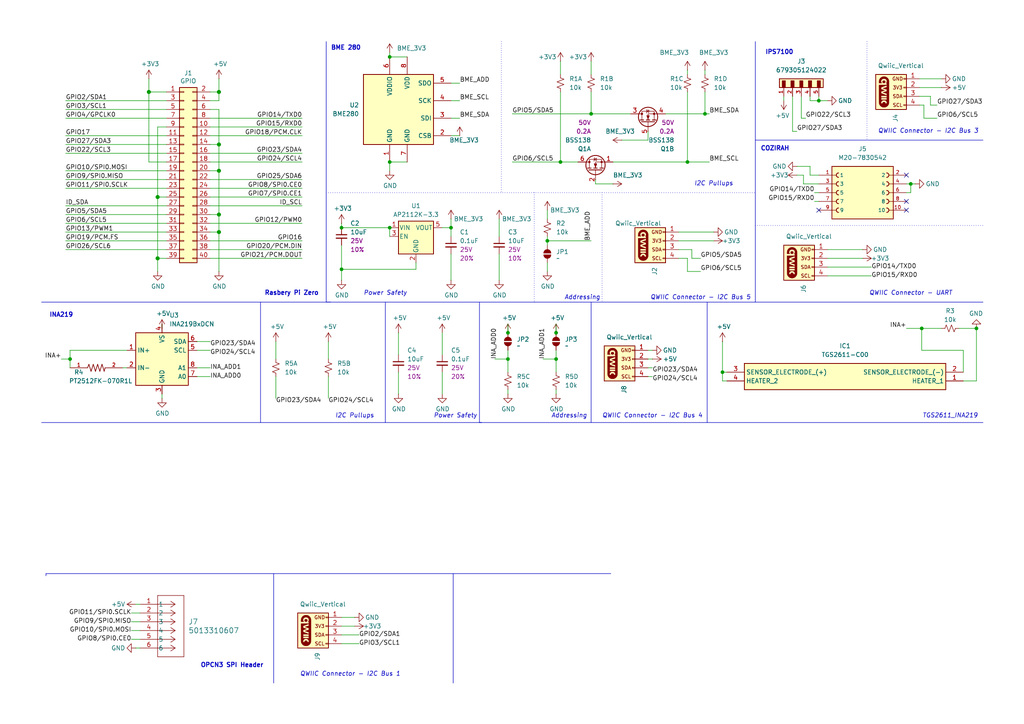
<source format=kicad_sch>
(kicad_sch (version 20250114) (generator "eeschema") (generator_version "9.0")
  (paper "A4")
  (title_block (title "Dream") (date "2025-08-31") (rev "1") (company "Mints-AI, University of Texas at Dallas") (comment 1 "Lakitha Wijeratne"))
  (text "I2C Pullups" (at 207.01 53.34 0) (effects (font (size 1.27 1.27) (thickness 0.1588) (italic yes))))
  (text "QWIIC Connector - UART" (at 264.16 85.09 0) (effects (font (size 1.27 1.27) (thickness 0.1588) (italic yes))))
  (text "Power Safety" (at 111.76 85.09 0) (effects (font (size 1.27 1.27) (thickness 0.1588) (italic yes))))
  (text "Power Safety" (at 132.08 120.65 0) (effects (font (size 1.27 1.27) (thickness 0.1588) (italic yes))))
  (text "QWIIC Connector - I2C Bus 1" (at 101.6 195.58 0) (effects (font (size 1.27 1.27) (thickness 0.1588) (italic yes))))
  (text "I2C Pullups" (at 102.87 120.65 0) (effects (font (size 1.27 1.27) (thickness 0.1588) (italic yes))))
  (text "BME 280" (at 100.33 13.97 0) (effects (font (size 1.27 1.27) (thickness 0.254) (bold yes))))
  (text "TGS2611_INA219" (at 275.59 120.65 0) (effects (font (size 1.27 1.27) (thickness 0.1588) (italic yes))))
  (text "COZIRAH" (at 224.79 43.18 0) (effects (font (size 1.27 1.27) (thickness 0.254) (bold yes))))
  (text "Addressing" (at 168.91 86.36 0) (effects (font (size 1.27 1.27) (thickness 0.1588) (italic yes))))
  (text "Rasbery Pi Zero " (at 85.09 85.09 0) (effects (font (size 1.27 1.27) (thickness 0.254) (bold yes))))
  (text "QWIIC Connector - I2C Bus 3" (at 269.24 38.1 0) (effects (font (size 1.27 1.27) (thickness 0.1588) (italic yes))))
  (text "QWIIC Connector - I2C Bus 4\n" (at 189.23 120.65 0) (effects (font (size 1.27 1.27) (thickness 0.1588) (italic yes))))
  (text "Addressing" (at 165.1 120.65 0) (effects (font (size 1.27 1.27) (thickness 0.1588) (italic yes))))
  (text "OPCN3 SPI Header" (at 67.31 193.04 0) (effects (font (size 1.27 1.27) (thickness 0.254) (bold yes))))
  (text "INA219" (at 17.78 91.44 0) (effects (font (size 1.27 1.27) (thickness 0.254) (bold yes))))
  (text "QWIIC Connector - I2C Bus 5" (at 203.2 86.36 0) (effects (font (size 1.27 1.27) (thickness 0.1588) (italic yes))))
  (text "IPS7100" (at 226.06 15.24 0) (effects (font (size 1.27 1.27) (thickness 0.254) (bold yes))))
  (junction (at 63.5 62.23) (diameter 1.016))
  (junction (at 43.18 26.67) (diameter 1.016))
  (junction (at 63.5 67.31) (diameter 1.016))
  (junction (at 283.21 95.25))
  (junction (at 237.49 29.21))
  (junction (at 45.72 57.15) (diameter 1.016))
  (junction (at 264.16 53.34))
  (junction (at 161.29 104.14))
  (junction (at 99.06 66.04))
  (junction (at 209.55 107.95))
  (junction (at 161.29 96.52))
  (junction (at 130.81 66.04))
  (junction (at 267.335 95.25))
  (junction (at 63.5 49.53) (diameter 1.016))
  (junction (at 99.06 78.105))
  (junction (at 113.03 46.99))
  (junction (at 63.5 41.91) (diameter 1.016))
  (junction (at 171.45 33.02))
  (junction (at 204.47 33.02))
  (junction (at 162.56 46.99))
  (junction (at 147.32 104.14))
  (junction (at 113.03 66.04))
  (junction (at 158.75 69.85))
  (junction (at 20.32 104.14))
  (junction (at 147.32 96.52))
  (junction (at 199.39 46.99))
  (junction (at 45.72 74.93) (diameter 1.016))
  (junction (at 113.03 16.51))
  (junction (at 63.5 26.67) (diameter 1.016))
  (no_connect (at 237.49 60.96))
  (no_connect (at 262.89 50.8))
  (no_connect (at 262.89 60.96))
  (no_connect (at 262.89 58.42))
  (wire (pts (xy 17.78 104.14) (xy 20.32 104.14)))
  (wire (pts (xy 45.72 57.15) (xy 45.72 74.93)))
  (wire (pts (xy 60.96 57.15) (xy 87.63 57.15)))
  (wire (pts (xy 144.78 73.66) (xy 144.78 81.28)))
  (wire (pts (xy 171.45 33.02) (xy 182.88 33.02)))
  (wire (pts (xy 279.4 101.6) (xy 267.335 101.6)))
  (wire (pts (xy 20.32 104.14) (xy 20.32 106.68)))
  (wire (pts (xy 48.26 39.37) (xy 19.05 39.37)))
  (wire (pts (xy 266.7 25.4) (xy 273.05 25.4)))
  (wire (pts (xy 20.32 101.6) (xy 36.83 101.6)))
  (wire (pts (xy 130.81 66.04) (xy 130.81 68.58)))
  (wire (pts (xy 240.03 80.01) (xy 252.73 80.01)))
  (wire (pts (xy 63.5 31.75) (xy 63.5 41.91)))
  (wire (pts (xy 63.5 49.53) (xy 60.96 49.53)))
  (wire (pts (xy 271.78 30.48) (xy 269.875 30.48)))
  (wire (pts (xy 199.39 78.74) (xy 203.2 78.74)))
  (wire (pts (xy 180.34 40.64) (xy 187.96 40.64)))
  (wire (pts (xy 148.59 46.99) (xy 162.56 46.99)))
  (wire (pts (xy 63.5 62.23) (xy 63.5 67.31)))
  (wire (pts (xy 171.45 26.67) (xy 171.45 33.02)))
  (wire (pts (xy 266.7 27.94) (xy 269.875 27.94)))
  (wire (pts (xy 128.27 96.52) (xy 128.27 102.87)))
  (wire (pts (xy 130.81 63.5) (xy 130.81 66.04)))
  (polyline (pts (xy 154.94 87.63) (xy 155.575 87.63)) (stroke (width 0) (type dot)))
  (wire (pts (xy 187.96 40.64) (xy 187.96 38.1)))
  (wire (pts (xy 63.5 49.53) (xy 63.5 62.23)))
  (wire (pts (xy 234.95 29.21) (xy 234.95 27.94)))
  (wire (pts (xy 60.96 34.29) (xy 87.63 34.29)))
  (wire (pts (xy 113.03 66.04) (xy 113.03 68.58)))
  (wire (pts (xy 40.64 175.26) (xy 39.37 175.26)))
  (wire (pts (xy 45.72 36.83) (xy 45.72 57.15)))
  (polyline (pts (xy 12.065 122.555) (xy 285.115 122.555)))
  (wire (pts (xy 278.13 95.25) (xy 283.21 95.25)))
  (wire (pts (xy 227.33 27.94) (xy 227.33 29.21)))
  (wire (pts (xy 38.1 182.88) (xy 40.64 182.88)))
  (wire (pts (xy 177.8 46.99) (xy 199.39 46.99)))
  (wire (pts (xy 130.81 24.13) (xy 133.35 24.13)))
  (polyline (pts (xy 145.415 12.065) (xy 145.415 55.88)) (stroke (width 0) (type dot)))
  (wire (pts (xy 233.045 53.34) (xy 237.49 53.34)))
  (wire (pts (xy 45.72 36.83) (xy 48.26 36.83)))
  (wire (pts (xy 234.95 48.26) (xy 234.95 50.8)))
  (wire (pts (xy 57.15 101.6) (xy 60.96 101.6)))
  (wire (pts (xy 204.47 26.67) (xy 204.47 33.02)))
  (wire (pts (xy 60.96 54.61) (xy 87.63 54.61)))
  (wire (pts (xy 200.66 74.93) (xy 200.66 72.39)))
  (wire (pts (xy 95.25 109.22) (xy 95.25 115.57)))
  (wire (pts (xy 187.96 109.22) (xy 189.23 109.22)))
  (wire (pts (xy 48.26 59.69) (xy 19.05 59.69)))
  (wire (pts (xy 240.03 29.21) (xy 237.49 29.21)))
  (wire (pts (xy 19.05 62.23) (xy 48.26 62.23)))
  (wire (pts (xy 234.95 50.8) (xy 237.49 50.8)))
  (polyline (pts (xy 219.075 65.405) (xy 285.115 65.405)) (stroke (width 0) (type dot)))
  (wire (pts (xy 240.03 74.93) (xy 250.19 74.93)))
  (wire (pts (xy 38.1 185.42) (xy 40.64 185.42)))
  (wire (pts (xy 130.81 29.21) (xy 133.35 29.21)))
  (wire (pts (xy 45.72 57.15) (xy 48.26 57.15)))
  (wire (pts (xy 240.03 72.39) (xy 250.19 72.39)))
  (wire (pts (xy 60.96 44.45) (xy 87.63 44.45)))
  (wire (pts (xy 264.16 55.88) (xy 264.16 53.34)))
  (wire (pts (xy 267.97 34.29) (xy 267.97 30.48)))
  (wire (pts (xy 283.21 110.49) (xy 283.21 95.25)))
  (wire (pts (xy 161.29 113.03) (xy 161.29 114.3)))
  (wire (pts (xy 172.72 53.34) (xy 172.72 52.07)))
  (wire (pts (xy 147.32 113.03) (xy 147.32 114.3)))
  (wire (pts (xy 38.1 180.34) (xy 40.64 180.34)))
  (wire (pts (xy 99.06 78.105) (xy 99.06 81.28)))
  (wire (pts (xy 60.96 74.93) (xy 87.63 74.93)))
  (wire (pts (xy 45.72 74.93) (xy 45.72 78.74)))
  (wire (pts (xy 19.05 41.91) (xy 48.26 41.91)))
  (wire (pts (xy 236.22 55.88) (xy 237.49 55.88)))
  (wire (pts (xy 158.75 69.85) (xy 171.45 69.85)))
  (wire (pts (xy 43.18 22.86) (xy 43.18 26.67)))
  (wire (pts (xy 147.32 104.14) (xy 147.32 107.95)))
  (polyline (pts (xy 177.165 166.37) (xy 13.335 166.37)))
  (wire (pts (xy 204.47 20.32) (xy 204.47 21.59)))
  (wire (pts (xy 95.25 99.06) (xy 95.25 104.14)))
  (wire (pts (xy 232.41 27.94) (xy 232.41 34.29)))
  (wire (pts (xy 196.85 67.31) (xy 207.01 67.31)))
  (wire (pts (xy 162.56 46.99) (xy 167.64 46.99)))
  (wire (pts (xy 120.65 76.2) (xy 120.65 78.105)))
  (wire (pts (xy 115.57 107.95) (xy 115.57 114.3)))
  (wire (pts (xy 63.5 67.31) (xy 60.96 67.31)))
  (wire (pts (xy 99.06 179.07) (xy 102.87 179.07)))
  (wire (pts (xy 262.89 95.25) (xy 267.335 95.25)))
  (wire (pts (xy 158.75 60.96) (xy 158.75 63.5)))
  (wire (pts (xy 19.05 31.75) (xy 48.26 31.75)))
  (wire (pts (xy 204.47 33.02) (xy 205.74 33.02)))
  (wire (pts (xy 19.05 54.61) (xy 48.26 54.61)))
  (wire (pts (xy 80.01 109.22) (xy 80.01 115.57)))
  (wire (pts (xy 210.82 110.49) (xy 209.55 110.49)))
  (wire (pts (xy 262.89 53.34) (xy 264.16 53.34)))
  (wire (pts (xy 200.66 74.93) (xy 203.2 74.93)))
  (wire (pts (xy 43.18 46.99) (xy 48.26 46.99)))
  (wire (pts (xy 199.39 26.67) (xy 199.39 46.99)))
  (wire (pts (xy 193.04 33.02) (xy 204.47 33.02)))
  (wire (pts (xy 48.26 29.21) (xy 19.05 29.21)))
  (wire (pts (xy 63.5 26.67) (xy 63.5 29.21)))
  (polyline (pts (xy 131.445 166.37) (xy 131.445 198.12)))
  (wire (pts (xy 187.96 104.14) (xy 189.23 104.14)))
  (wire (pts (xy 130.81 73.66) (xy 130.81 81.28)))
  (polyline (pts (xy 219.075 12.065) (xy 219.075 87.63)) (stroke (width 0) (type solid)))
  (wire (pts (xy 63.5 41.91) (xy 63.5 49.53)))
  (wire (pts (xy 209.55 107.95) (xy 210.82 107.95)))
  (wire (pts (xy 60.96 39.37) (xy 87.63 39.37)))
  (wire (pts (xy 158.75 69.85) (xy 158.75 71.12)))
  (wire (pts (xy 231.14 38.1) (xy 229.87 38.1)))
  (wire (pts (xy 63.5 41.91) (xy 60.96 41.91)))
  (wire (pts (xy 162.56 17.78) (xy 162.56 21.59)))
  (wire (pts (xy 229.87 27.94) (xy 229.87 38.1)))
  (polyline (pts (xy 154.94 55.88) (xy 154.94 87.63)) (stroke (width 0) (type dot)))
  (wire (pts (xy 63.5 22.86) (xy 63.5 26.67)))
  (polyline (pts (xy 94.615 55.88) (xy 219.075 55.88)) (stroke (width 0) (type dot)))
  (wire (pts (xy 19.05 34.29) (xy 48.26 34.29)))
  (wire (pts (xy 200.66 72.39) (xy 196.85 72.39)))
  (wire (pts (xy 236.22 58.42) (xy 237.49 58.42)))
  (wire (pts (xy 38.1 177.8) (xy 40.64 177.8)))
  (polyline (pts (xy 79.375 166.37) (xy 79.375 198.12)))
  (wire (pts (xy 63.5 26.67) (xy 60.96 26.67)))
  (wire (pts (xy 43.18 26.67) (xy 43.18 46.99)))
  (wire (pts (xy 60.96 46.99) (xy 87.63 46.99)))
  (wire (pts (xy 60.96 36.83) (xy 87.63 36.83)))
  (polyline (pts (xy 111.76 87.63) (xy 111.76 122.555)) (stroke (width 0) (type solid)))
  (wire (pts (xy 99.06 64.77) (xy 99.06 66.04)))
  (polyline (pts (xy 171.45 87.63) (xy 171.45 122.555)) (stroke (width 0) (type solid)))
  (polyline (pts (xy 219.075 40.64) (xy 285.115 40.64)) (stroke (width 0) (type solid)))
  (wire (pts (xy 19.05 44.45) (xy 48.26 44.45)))
  (wire (pts (xy 120.65 78.105) (xy 99.06 78.105)))
  (wire (pts (xy 267.335 95.25) (xy 273.05 95.25)))
  (wire (pts (xy 19.05 52.07) (xy 48.26 52.07)))
  (wire (pts (xy 252.73 77.47) (xy 240.03 77.47)))
  (wire (pts (xy 99.06 66.04) (xy 113.03 66.04)))
  (wire (pts (xy 115.57 96.52) (xy 115.57 102.87)))
  (wire (pts (xy 39.37 187.96) (xy 40.64 187.96)))
  (wire (pts (xy 233.68 34.29) (xy 232.41 34.29)))
  (wire (pts (xy 199.39 46.99) (xy 205.74 46.99)))
  (polyline (pts (xy 13.335 166.37) (xy 13.335 167.005)))
  (wire (pts (xy 262.89 55.88) (xy 264.16 55.88)))
  (wire (pts (xy 35.56 106.68) (xy 36.83 106.68)))
  (wire (pts (xy 237.49 27.94) (xy 237.49 29.21)))
  (wire (pts (xy 148.59 33.02) (xy 171.45 33.02)))
  (wire (pts (xy 99.06 78.105) (xy 99.06 71.12)))
  (wire (pts (xy 19.05 64.77) (xy 48.26 64.77)))
  (wire (pts (xy 63.5 29.21) (xy 60.96 29.21)))
  (wire (pts (xy 99.06 186.69) (xy 104.14 186.69)))
  (polyline (pts (xy 94.615 87.63) (xy 95.885 87.63)))
  (wire (pts (xy 172.72 53.34) (xy 177.8 53.34)))
  (wire (pts (xy 199.39 78.74) (xy 199.39 74.93)))
  (wire (pts (xy 19.05 69.85) (xy 48.26 69.85)))
  (polyline (pts (xy 139.065 122.555) (xy 139.7 122.555)) (stroke (width 0) (type solid)))
  (wire (pts (xy 57.15 109.22) (xy 60.96 109.22)))
  (wire (pts (xy 233.045 50.8) (xy 233.045 53.34)))
  (wire (pts (xy 60.96 69.85) (xy 87.63 69.85)))
  (wire (pts (xy 46.99 114.3) (xy 46.99 115.57)))
  (wire (pts (xy 60.96 64.77) (xy 87.63 64.77)))
  (wire (pts (xy 45.72 74.93) (xy 48.26 74.93)))
  (wire (pts (xy 113.03 15.24) (xy 113.03 16.51)))
  (wire (pts (xy 60.96 72.39) (xy 87.63 72.39)))
  (wire (pts (xy 57.15 106.68) (xy 60.96 106.68)))
  (wire (pts (xy 158.75 68.58) (xy 158.75 69.85)))
  (wire (pts (xy 267.97 30.48) (xy 266.7 30.48)))
  (wire (pts (xy 147.32 93.98) (xy 147.32 96.52)))
  (wire (pts (xy 199.39 20.32) (xy 199.39 21.59)))
  (wire (pts (xy 187.96 106.68) (xy 189.23 106.68)))
  (wire (pts (xy 63.5 31.75) (xy 60.96 31.75)))
  (wire (pts (xy 273.05 22.86) (xy 266.7 22.86)))
  (wire (pts (xy 113.03 16.51) (xy 118.11 16.51)))
  (wire (pts (xy 19.05 72.39) (xy 48.26 72.39)))
  (polyline (pts (xy 139.065 87.63) (xy 139.065 122.555)) (stroke (width 0) (type solid)))
  (wire (pts (xy 267.335 95.25) (xy 267.335 101.6)))
  (polyline (pts (xy 12.065 87.63) (xy 285.115 87.63)) (stroke (width 0) (type solid)))
  (wire (pts (xy 80.01 99.06) (xy 80.01 104.14)))
  (wire (pts (xy 128.27 66.04) (xy 130.81 66.04)))
  (wire (pts (xy 128.27 107.95) (xy 128.27 114.3)))
  (wire (pts (xy 99.06 184.15) (xy 104.14 184.15)))
  (wire (pts (xy 267.97 34.29) (xy 271.78 34.29)))
  (wire (pts (xy 209.55 99.06) (xy 209.55 107.95)))
  (wire (pts (xy 130.81 34.29) (xy 133.35 34.29)))
  (wire (pts (xy 20.32 101.6) (xy 20.32 104.14)))
  (wire (pts (xy 113.03 46.99) (xy 118.11 46.99)))
  (wire (pts (xy 187.96 101.6) (xy 189.23 101.6)))
  (wire (pts (xy 231.14 48.26) (xy 234.95 48.26)))
  (polyline (pts (xy 174.625 55.88) (xy 174.625 87.63)) (stroke (width 0) (type dot)))
  (wire (pts (xy 63.5 67.31) (xy 63.5 78.74)))
  (wire (pts (xy 60.96 52.07) (xy 87.63 52.07)))
  (wire (pts (xy 48.26 67.31) (xy 19.05 67.31)))
  (polyline (pts (xy 94.615 12.065) (xy 94.615 87.63)))
  (polyline (pts (xy 205.105 87.63) (xy 205.105 122.555)) (stroke (width 0) (type solid)))
  (wire (pts (xy 161.29 101.6) (xy 161.29 104.14)))
  (wire (pts (xy 113.03 46.99) (xy 113.03 49.53)))
  (wire (pts (xy 46.99 95.25) (xy 46.99 93.98)))
  (wire (pts (xy 269.875 27.94) (xy 269.875 30.48)))
  (wire (pts (xy 161.29 93.98) (xy 161.29 96.52)))
  (wire (pts (xy 199.39 74.93) (xy 196.85 74.93)))
  (wire (pts (xy 99.06 181.61) (xy 102.87 181.61)))
  (polyline (pts (xy 251.46 12.065) (xy 251.46 40.64)) (stroke (width 0) (type dot)))
  (wire (pts (xy 63.5 62.23) (xy 60.96 62.23)))
  (wire (pts (xy 158.75 76.2) (xy 158.75 78.74)))
  (wire (pts (xy 161.29 104.14) (xy 157.48 104.14)))
  (wire (pts (xy 171.45 17.78) (xy 171.45 21.59)))
  (wire (pts (xy 43.18 26.67) (xy 48.26 26.67)))
  (wire (pts (xy 147.32 101.6) (xy 147.32 104.14)))
  (wire (pts (xy 231.14 50.8) (xy 233.045 50.8)))
  (wire (pts (xy 237.49 29.21) (xy 234.95 29.21)))
  (wire (pts (xy 279.4 110.49) (xy 283.21 110.49)))
  (wire (pts (xy 279.4 107.95) (xy 279.4 101.6)))
  (wire (pts (xy 143.51 104.14) (xy 147.32 104.14)))
  (wire (pts (xy 264.16 53.34) (xy 265.43 53.34)))
  (wire (pts (xy 144.78 63.5) (xy 144.78 68.58)))
  (wire (pts (xy 162.56 26.67) (xy 162.56 46.99)))
  (wire (pts (xy 196.85 69.85) (xy 207.01 69.85)))
  (wire (pts (xy 48.26 49.53) (xy 19.05 49.53)))
  (wire (pts (xy 60.96 59.69) (xy 87.63 59.69)))
  (polyline (pts (xy 75.565 87.63) (xy 75.565 122.555)) (stroke (width 0) (type solid)))
  (wire (pts (xy 130.81 39.37) (xy 133.35 39.37)))
  (wire (pts (xy 161.29 104.14) (xy 161.29 107.95)))
  (wire (pts (xy 209.55 110.49) (xy 209.55 107.95)))
  (wire (pts (xy 57.15 99.06) (xy 60.96 99.06)))
  (label "ID_SDA" (at 19.05 59.69 0))
  (label "GPIO6{slash}SCL5" (at 19.05 64.77 0))
  (label "GPIO5{slash}SDA5" (at 203.2 74.93 0))
  (label "BME_SDA" (at 205.74 33.02 0))
  (label "GPIO15{slash}RXD0" (at 236.22 58.42 180))
  (label "GPIO14{slash}TXD0" (at 252.73 77.47 0))
  (label "BME_ADD" (at 133.35 24.13 0))
  (label "ID_SCL" (at 87.63 59.69 180))
  (label "GPIO5{slash}SDA5" (at 19.05 62.23 0))
  (label "GPIO21{slash}PCM.DOUT" (at 87.63 74.93 180))
  (label "BME_SCL" (at 205.74 46.99 0))
  (label "GPIO19{slash}PCM.FS" (at 19.05 69.85 0))
  (label "GPIO10{slash}SPI0.MOSI" (at 19.05 49.53 0))
  (label "GPIO23{slash}SDA4" (at 189.23 106.68 0))
  (label "GPIO9{slash}SPI0.MISO" (at 19.05 52.07 0))
  (label "GPIO3{slash}SCL1" (at 104.14 186.69 0))
  (label "GPIO23{slash}SDA4" (at 87.63 44.45 180))
  (label "GPIO5{slash}SDA5" (at 148.59 33.02 0))
  (label "GPIO4{slash}GPCLK0" (at 19.05 34.29 0))
  (label "GPIO2{slash}SDA1" (at 104.14 184.15 0))
  (label "GPIO27{slash}SDA3" (at 19.05 41.91 0))
  (label "GPIO26{slash}SCL6" (at 19.05 72.39 0))
  (label "GPIO14{slash}TXD0" (at 87.63 34.29 180))
  (label "GPIO8{slash}SPI0.CE0" (at 87.63 54.61 180))
  (label "GPIO15{slash}RXD0" (at 87.63 36.83 180))
  (label "GPIO16" (at 87.63 69.85 180))
  (label "INA_ADD0" (at 143.51 104.14 90))
  (label "BME_ADD" (at 171.45 69.85 90))
  (label "GPIO22{slash}SCL3" (at 19.05 44.45 0))
  (label "BME_SCL" (at 133.35 29.21 0))
  (label "INA+" (at 17.78 104.14 180))
  (label "GPIO9{slash}SPI0.MISO" (at 38.1 180.34 180))
  (label "GPIO2{slash}SDA1" (at 19.05 29.21 0))
  (label "GPIO23{slash}SDA4" (at 80.01 115.57 0))
  (label "GPIO11{slash}SPI0.SCLK" (at 38.1 177.8 180))
  (label "GPIO17" (at 19.05 39.37 0))
  (label "GPIO23{slash}SDA4" (at 60.96 99.06 0))
  (label "GPIO6{slash}SCL5" (at 148.59 46.99 0))
  (label "INA+" (at 262.89 95.25 180))
  (label "GPIO25{slash}SDA6" (at 87.63 52.07 180))
  (label "GPIO3{slash}SCL1" (at 19.05 31.75 0))
  (label "GPIO18{slash}PCM.CLK" (at 87.63 39.37 180))
  (label "GPIO24{slash}SCL4" (at 189.23 109.22 0))
  (label "GPIO12{slash}PWM0" (at 87.63 64.77 180))
  (label "GPIO15{slash}RXD0" (at 252.73 80.01 0))
  (label "GPIO22{slash}SCL3" (at 233.68 34.29 0))
  (label "GPIO13{slash}PWM1" (at 19.05 67.31 0))
  (label "GPIO20{slash}PCM.DIN" (at 87.63 72.39 180))
  (label "GPIO6{slash}SCL5" (at 271.78 34.29 0))
  (label "GPIO24{slash}SCL4" (at 87.63 46.99 180))
  (label "GPIO8{slash}SPI0.CE0" (at 38.1 185.42 180))
  (label "INA_ADD0" (at 60.96 109.22 0))
  (label "GPIO7{slash}SPI0.CE1" (at 87.63 57.15 180))
  (label "GPIO27{slash}SDA3" (at 271.78 30.48 0))
  (label "GPIO14{slash}TXD0" (at 236.22 55.88 180))
  (label "GPIO27{slash}SDA3" (at 231.14 38.1 0))
  (label "GPIO24{slash}SCL4" (at 60.96 101.6 0))
  (label "GPIO6{slash}SCL5" (at 203.2 78.74 0))
  (label "GPIO10{slash}SPI0.MOSI" (at 38.1 182.88 180))
  (label "BME_SDA" (at 133.35 34.29 0))
  (label "INA_ADD1" (at 60.96 106.68 0))
  (label "GPIO24{slash}SCL4" (at 95.25 115.57 0))
  (label "GPIO11{slash}SPI0.SCLK" (at 19.05 54.61 0))
  (label "INA_ADD1" (at 157.48 104.14 90))
  (symbol (lib_id "power:+5V") (at 63.5 22.86 0) (unit 1)
    (property "Reference" "#PWR01" (effects (hide yes)))
    (property "Value" "+5V" (at 63.8683 18.5356 0))
    (property "Description" "Power symbol creates a global label with name \"+5V\"" (effects (hide yes)))
  )
  (symbol (lib_id "power:+3.3V") (at 43.18 22.86 0) (unit 1)
    (property "Reference" "#PWR04" (effects (hide yes)))
    (property "Value" "+3V3" (at 43.5483 18.5356 0))
    (property "Description" "Power symbol creates a global label with name \"+3.3V\"" (effects (hide yes)))
  )
  (symbol (lib_id "power:GND") (at 63.5 78.74 0) (unit 1)
    (property "Reference" "#PWR02" (effects (hide yes)))
    (property "Value" "GND" (at 63.6143 83.0644 0))
    (property "Description" "Power symbol creates a global label with name \"GND\" , ground" (effects (hide yes)))
  )
  (symbol (lib_id "power:GND") (at 45.72 78.74 0) (unit 1)
    (property "Reference" "#PWR03" (effects (hide yes)))
    (property "Value" "GND" (at 45.8343 83.0644 0))
    (property "Description" "Power symbol creates a global label with name \"GND\" , ground" (effects (hide yes)))
  )
  (symbol (lib_id "Connector_Generic:Conn_02x20_Odd_Even") (at 53.34 49.53 0) (unit 1)
    (property "Reference" "J1" (at 54.61 21.1898 0))
    (property "Value" "GPIO" (at 54.61 23.495 0))
    (property "Footprint" "Connector_PinSocket_2.54mm:PinSocket_2x20_P2.54mm_Vertical" (effects (hide yes)))
    (property "Description" "Generic connector, double row, 02x20, odd/even pin numbering scheme (row 1 odd numbers, row 2 even numbers), script generated (kicad-library-utils/schlib/autogen/connector/)" (effects (hide yes)))
  )
  (symbol (lib_id "power:GND") (at 39.37 187.96 270) (unit 1)
    (property "Reference" "#PWR034" (effects (hide yes)))
    (property "Value" "GND" (at 34.29 187.96 90))
    (property "Description" "Power symbol creates a global label with name \"GND\" , ground" (effects (hide yes)))
  )
  (symbol (lib_id "SparkFun-Resistor:10k_0603") (at 158.75 66.04 90) (unit 1)
    (property "Reference" "R2" (at 161.29 64.7699 90) (effects (justify right)))
    (property "Value" "10k" (at 161.29 67.3099 90) (effects (justify right)))
    (property "Footprint" "SparkFun-Resistor:R_0603_1608Metric" (effects (hide yes)))
    (property "Datasheet" "https://www.vishay.com/docs/20035/dcrcwe3.pdf" (effects (hide yes)))
    (property "Description" "Resistor" (effects (hide yes)))
    (property "PROD_ID" "RES-00824" (effects (hide yes)))
    (property "Vendor" "https://www.digikey.com/en/products/detail/vishay-dale/CRCW060310K0FKEA/1174782" (effects (hide yes)))
  )
  (symbol (lib_id "power:VCC") (at 204.47 20.32 0) (unit 1)
    (property "Reference" "#PWR016" (effects (hide yes)))
    (property "Value" "BME_3V3" (at 207.01 15.24 0))
    (property "Description" "Power symbol creates a global label with name \"VCC\"" (effects (hide yes)))
  )
  (symbol (lib_id "power:GND") (at 273.05 22.86 90) (unit 1)
    (property "Reference" "#PWR026" (effects (hide yes)))
    (property "Value" "GND" (at 278.13 22.86 90))
    (property "Description" "Power symbol creates a global label with name \"GND\" , ground" (effects (hide yes)))
  )
  (symbol (lib_id "power:+5V") (at 95.25 99.06 0) (unit 1)
    (property "Reference" "#PWR040" (effects (hide yes)))
    (property "Value" "+5V" (at 95.6183 94.7356 0))
    (property "Description" "Power symbol creates a global label with name \"+5V\"" (effects (hide yes)))
  )
  (symbol (lib_id "SparkFun-Connector:Qwiic_Vertical") (at 182.88 106.68 180) (unit 1)
    (property "Reference" "J8" (at 180.9751 111.76 90) (effects (justify left)))
    (property "Value" "Qwiic_Vertical" (at 189.23 97.79 0) (effects (justify left)))
    (property "Footprint" "SparkFun-Connector:JST_SMD_1.0mm-4_Vertical_Black" (effects (hide yes)))
    (property "Datasheet" "https://www.jst-mfg.com/product/pdf/eng/eSH.pdf" (effects (hide yes)))
    (property "Description" "4 pin JST 1mm polarized connector for I2C" (effects (hide yes)))
    (property "PROD_ID" "CONN-14483" (effects (hide yes)))
    (property "Vendor" "https://www.digikey.com/en/products/detail/jst-sales-america-inc/BM04B-SRSS-TB/926696" (effects (hide yes)))
  )
  (symbol (lib_id "SparkFun-Connector:Qwiic_Vertical") (at 234.95 77.47 180) (unit 1)
    (property "Reference" "J6" (at 233.0451 82.55 90) (effects (justify left)))
    (property "Value" "Qwiic_Vertical" (at 241.3 68.58 0) (effects (justify left)))
    (property "Footprint" "SparkFun-Connector:JST_SMD_1.0mm-4_Vertical_Black" (effects (hide yes)))
    (property "Datasheet" "https://www.jst-mfg.com/product/pdf/eng/eSH.pdf" (effects (hide yes)))
    (property "Description" "4 pin JST 1mm polarized connector for I2C" (effects (hide yes)))
    (property "PROD_ID" "CONN-14483" (effects (hide yes)))
    (property "Vendor" "https://www.digikey.com/en/products/detail/jst-sales-america-inc/BM04B-SRSS-TB/926696" (effects (hide yes)))
  )
  (symbol (lib_id "SparkFun-Resistor:10k_4x0603_Array") (at 95.25 106.68 90) (unit 2)
    (property "Reference" "R5" (at 97.79 105.4099 90) (effects (justify right)))
    (property "Value" "10k" (at 97.79 107.9499 90) (effects (justify right)))
    (property "Footprint" "SparkFun-Resistor:R_Array_Convex_4x0603" (effects (hide yes)))
    (property "Datasheet" "https://www.bourns.com/docs/Product-Datasheets/CATCAY.pdf" (effects (hide yes)))
    (property "Description" "Resistor Array" (effects (hide yes)))
    (property "PROD_ID" "RES-22662" (effects (hide yes)))
  )
  (symbol (lib_id "power:GND") (at 99.06 81.28 0) (unit 1)
    (property "Reference" "#PWR07" (effects (hide yes)))
    (property "Value" "GND" (at 99.1743 85.6044 0))
    (property "Description" "Power symbol creates a global label with name \"GND\" , ground" (effects (hide yes)))
  )
  (symbol (lib_id "SparkFun-Resistor:10k_4x0603_Array") (at 162.56 24.13 90) (unit 1)
    (property "Reference" "R1" (at 165.1 22.8599 90) (effects (justify right)))
    (property "Value" "10k" (at 165.1 25.3999 90) (effects (justify right)))
    (property "Footprint" "SparkFun-Resistor:R_Array_Convex_4x0603" (effects (hide yes)))
    (property "Datasheet" "https://www.bourns.com/docs/Product-Datasheets/CATCAY.pdf" (effects (hide yes)))
    (property "Description" "Resistor Array" (effects (hide yes)))
    (property "PROD_ID" "RES-22662" (effects (hide yes)))
    (property "Custom Feild" "https://www.digikey.com/en/products/detail/bourns-inc/CAT16-1002F4LF/3593233?s=N4IgjCBcodIMZQGYEMA2BnApgGhAeygG0QB2AZgBYAGckAXTwAcAXKEAZRYCcBLAOwDmIAL546cRJFSZcBYuDDkIjEK3Zc%2BQ0XjAA2KKCkzseQpBIAOcqQBMthszaROPAcLEhbyyoYTJ0U3kLL1p9Ukc1Z1ctDzwAWlgjANkzBTAwSwZPeIdJKB4AVzlzEgBWEDwATmyEiWTIIpL06lqQeIN8xu5itJC6PF88B3oc3y6TZpD7UlpK8EsyvRURVaA" (effects (hide yes)))
  )
  (symbol (lib_id "power:+3.3V") (at 171.45 17.78 0) (unit 1)
    (property "Reference" "#PWR014" (effects (hide yes)))
    (property "Value" "+3V3" (at 167.64 16.51 0))
    (property "Description" "Power symbol creates a global label with name \"+3.3V\"" (effects (hide yes)))
  )
  (symbol (lib_id "power:GND") (at 265.43 53.34 90) (unit 1)
    (property "Reference" "#PWR030" (effects (hide yes)))
    (property "Value" "GND" (at 270.51 53.34 90))
    (property "Description" "Power symbol creates a global label with name \"GND\" , ground" (effects (hide yes)))
  )
  (symbol (lib_id "power:VCC") (at 158.75 60.96 0) (unit 1)
    (property "Reference" "#PWR020" (effects (hide yes)))
    (property "Value" "BME_3V3" (at 163.83 60.96 0))
    (property "Description" "Power symbol creates a global label with name \"VCC\"" (effects (hide yes)))
  )
  (symbol (lib_id "SparkFun-DiscreteSemi:Q_NMOS_0.2A_50V_DUAL") (at 172.72 49.53 90) (unit 1)
    (property "Reference" "Q1" (at 171.45 43.18 90) (effects (justify left)))
    (property "Value" "BSS138" (at 171.45 40.64 90) (effects (justify left)))
    (property "Footprint" "SparkFun-Semiconductor-Standard:SOT-363" (effects (hide yes)))
    (property "Datasheet" "https://www.diodes.com/assets/Datasheets/ds30203.pdf" (effects (hide yes)))
    (property "Description" "N-MOSFET transistor, drain/gate/source" (effects (hide yes)))
    (property "PROD_ID" "TRANS-25637" (effects (hide yes)))
    (property "IMax" "0.2A" (at 171.45 38.1 90) (effects (justify left)))
    (property "VMax" "50V" (at 171.45 35.56 90) (effects (justify left)))
    (property "Vendor" "https://www.digikey.com/en/products/detail/diodes-incorporated/BSS138DW-7-F/808527" (effects (hide yes)))
  )
  (symbol (lib_id "PT2512FK-070R1L:PT2512FK-070R1L") (at 27.94 106.68 0) (unit 1)
    (property "Reference" "R4" (at 22.86 107.95 0))
    (property "Value" "PT2512FK-070R1L" (at 29.21 110.49 0))
    (property "Footprint" "downloaded:PT2512FK-070R1L" (effects (hide yes)))
  )
  (symbol (lib_id "Sensor:BME280") (at 115.57 31.75 0) (unit 1)
    (property "Reference" "U2" (at 104.14 30.4799 0) (effects (justify right)))
    (property "Value" "BME280" (at 104.14 33.0199 0) (effects (justify right)))
    (property "Footprint" "Package_LGA:Bosch_LGA-8_2.5x2.5mm_P0.65mm_ClockwisePinNumbering" (effects (hide yes)))
    (property "Datasheet" "https://www.bosch-sensortec.com/media/boschsensortec/downloads/datasheets/bst-bme280-ds002.pdf" (effects (hide yes)))
    (property "Description" "3-in-1 sensor, humidity, pressure, temperature, I2C and SPI interface, 1.71-3.6V, LGA-8" (effects (hide yes)))
  )
  (symbol (lib_id "SparkFun-Capacitor:0.1uF_0603_25V_20%") (at 128.27 105.41 0) (unit 1)
    (property "Reference" "C5" (at 130.81 101.6062 0) (effects (justify left)))
    (property "Value" "0.1uF" (at 130.81 104.1462 0) (effects (justify left)))
    (property "Footprint" "SparkFun-Capacitor:C_0603_1608Metric" (effects (hide yes)))
    (property "Datasheet" "https://cdn.sparkfun.com/assets/8/a/4/a/5/Kemet_Capacitor_Datasheet.pdf" (effects (hide yes)))
    (property "Description" "Unpolarized capacitor" (effects (hide yes)))
    (property "PROD_ID" "CAP-00810" (effects (hide yes)))
    (property "Voltage" "25V" (at 130.81 106.6862 0) (effects (justify left)))
    (property "Tolerance" "20%" (at 130.81 109.2262 0) (effects (justify left)))
    (property "Vendor" "https://www.digikey.com/en/products/detail/kemet/C0603C104M3VACTU/411100" (effects (hide yes)))
  )
  (symbol (lib_id "power:GND") (at 189.23 101.6 90) (unit 1)
    (property "Reference" "#PWR049" (effects (hide yes)))
    (property "Value" "GND" (at 194.31 101.6 90))
    (property "Description" "Power symbol creates a global label with name \"GND\" , ground" (effects (hide yes)))
  )
  (symbol (lib_id "SparkFun-Resistor:10k_4x0603_Array") (at 199.39 24.13 90) (unit 3)
    (property "Reference" "R1" (at 194.31 22.86 90) (effects (justify right)))
    (property "Value" "10k" (at 194.31 25.4 90) (effects (justify right)))
    (property "Footprint" "SparkFun-Resistor:R_Array_Convex_4x0603" (effects (hide yes)))
    (property "Datasheet" "https://www.bourns.com/docs/Product-Datasheets/CATCAY.pdf" (effects (hide yes)))
    (property "Description" "Resistor Array" (effects (hide yes)))
    (property "PROD_ID" "RES-22662" (effects (hide yes)))
    (property "Custom Feild" "https://www.digikey.com/en/products/detail/bourns-inc/CAT16-1002F4LF/3593233?s=N4IgjCBcodIMZQGYEMA2BnApgGhAeygG0QB2AZgBYAGckAXTwAcAXKEAZRYCcBLAOwDmIAL546cRJFSZcBYuDDkIjEK3Zc%2BQ0XjAA2KKCkzseQpBIAOcqQBMthszaROPAcLEhbyyoYTJ0U3kLL1p9Ukc1Z1ctDzwAWlgjANkzBTAwSwZPeIdJKB4AVzlzEgBWEDwATmyEiWTIIpL06lqQeIN8xu5itJC6PF88B3oc3y6TZpD7UlpK8EsyvRURVaA" (effects (hide yes)))
  )
  (symbol (lib_id "SparkFun-Jumper:SolderJumper_2_Open") (at 161.29 99.06 90) (unit 1)
    (property "Reference" "JP3" (at 163.83 98.4249 90) (effects (justify right)))
    (property "Value" "~" (at 163.83 100.33 90) (effects (justify right)))
    (property "Footprint" "SparkFun-Jumper:Jumper_2_NO" (effects (hide yes)))
    (property "Description" "Solder Jumper, 2-pole, open" (effects (hide yes)))
  )
  (symbol (lib_id "power:GND") (at 161.29 114.3 0) (unit 1)
    (property "Reference" "#PWR046" (effects (hide yes)))
    (property "Value" "GND" (at 161.4043 118.6244 0))
    (property "Description" "Power symbol creates a global label with name \"GND\" , ground" (effects (hide yes)))
  )
  (symbol (lib_id "M20-7830542:M20-7830542") (at 250.19 55.88 0) (unit 1)
    (property "Reference" "J5" (at 250.19 43.18 0))
    (property "Value" "M20-7830542" (at 250.19 45.72 0))
    (property "Footprint" "downloaded:M20-7830542" (effects (hide yes)))
    (property "Datasheet" "https://cdn.harwin.com/pdfs/M20-783.pdf" (effects (hide yes)))
    (property "Description" "CONN RCPT 10POS 0.1 GOLD PCB" (effects (hide yes)))
    (property "MANUFACTURER" "HARWIN" (effects (hide yes)))
    (property "STANDARD" "Manufacturer Recommendations" (effects (hide yes)))
    (property "Vendor" "https://www.digikey.com/en/products/detail/harwin-inc/M20-7830542/3727765?s=N4IgjCBcoGwJxVAYygMwIYBsDOBTANCAPZQDaIALGGABxwDsIAuoQA4AuUIAyuwE4BLAHYBzEAF9CNGohApIGHAWJkQMAMxwaMZm06Qe-YWMnh6cAAyz5ivIRKRyDAEw6WIDl16DREwmHMIaDk0LDsVRxB1AFYLczc9LyNfU2cLWmtQpXtVMDh1Ol0PfUMfE0I05wpMhTDlByd6VyLPA29jPxBnAOca23rVXvdWkAA5AFcAW1xBFFMAWl7g%2BX5xgcjokEIEJgWdZahV9fJ1LcozoYXTg8gjnMiwK13CeaDkLPCGkDhoy9TVVC4SZYXAAAgAFrh0AATGag5jiIA" (effects (hide yes)))
  )
  (symbol (lib_id "Sensor_Energy:INA219BxDCN") (at 46.99 104.14 0) (unit 1)
    (property "Reference" "U3" (at 49.1333 91.44 0) (effects (justify left)))
    (property "Value" "INA219BxDCN" (at 49.1333 93.98 0) (effects (justify left)))
    (property "Footprint" "Package_TO_SOT_SMD:SOT-23-8" (effects (hide yes)))
    (property "Datasheet" "http://www.ti.com/lit/ds/symlink/ina219.pdf" (effects (hide yes)))
    (property "Description" "Zero-Drift, HighAccuracy, Bidirectional Current/Power Monitor (0-26V) With I2C Interface, SOT-23-8" (effects (hide yes)))
  )
  (symbol (lib_id "power:GND") (at 144.78 81.28 0) (unit 1)
    (property "Reference" "#PWR09" (effects (hide yes)))
    (property "Value" "GND" (at 144.8943 85.6044 0))
    (property "Description" "Power symbol creates a global label with name \"GND\" , ground" (effects (hide yes)))
  )
  (symbol (lib_id "power:+5V") (at 39.37 175.26 90) (unit 1)
    (property "Reference" "#PWR033" (effects (hide yes)))
    (property "Value" "+5V" (at 34.29 175.26 90))
    (property "Description" "Power symbol creates a global label with name \"+5V\"" (effects (hide yes)))
  )
  (symbol (lib_id "power:+3.3V") (at 231.14 50.8 90) (unit 1)
    (property "Reference" "#PWR029" (effects (hide yes)))
    (property "Value" "+3V3" (at 226.06 50.8 90))
    (property "Description" "Power symbol creates a global label with name \"+3.3V\"" (effects (hide yes)))
  )
  (symbol (lib_id "SparkFun-Jumper:SolderJumper_2_Open") (at 158.75 73.66 90) (unit 1)
    (property "Reference" "JP1" (at 161.29 73.0249 90) (effects (justify right)))
    (property "Value" "~" (at 161.29 74.93 90) (effects (justify right)))
    (property "Footprint" "SparkFun-Jumper:Jumper_2_NO" (effects (hide yes)))
    (property "Description" "Solder Jumper, 2-pole, open" (effects (hide yes)))
  )
  (symbol (lib_id "power:+5V") (at 80.01 99.06 0) (unit 1)
    (property "Reference" "#PWR039" (effects (hide yes)))
    (property "Value" "+5V" (at 80.3783 94.7356 0))
    (property "Description" "Power symbol creates a global label with name \"+5V\"" (effects (hide yes)))
  )
  (symbol (lib_id "power:VCC") (at 130.81 63.5 0) (unit 1)
    (property "Reference" "#PWR010" (effects (hide yes)))
    (property "Value" "BME_3V3" (at 135.89 63.5 0))
    (property "Description" "Power symbol creates a global label with name \"VCC\"" (effects (hide yes)))
  )
  (symbol (lib_id "power:GND") (at 113.03 49.53 0) (unit 1)
    (property "Reference" "#PWR08" (effects (hide yes)))
    (property "Value" "GND" (at 113.1443 53.8544 0))
    (property "Description" "Power symbol creates a global label with name \"GND\" , ground" (effects (hide yes)))
  )
  (symbol (lib_id "679305124022:679305124022") (at 232.41 22.86 0) (unit 1)
    (property "Reference" "J3" (at 232.41 17.78 0))
    (property "Value" "679305124022" (at 232.41 20.32 0))
    (property "Footprint" "679305124022:679305124022" (effects (hide yes)))
    (property "Datasheet" "https://www.we-online.com/components/products/datasheet/679305124022.pdf" (effects (hide yes)))
    (property "Description" "CONN HEADER SMD 5POS 1.5MM" (effects (hide yes)))
    (property "Vendor" "https://www.digikey.com/en/products/detail/w%C3%BCrth-elektronik/679305124022/2508487?s=N4IgTCBcDaIGwHYCcBmADAVgIxgCxrAgF0BfIA" (effects (hide yes)))
  )
  (symbol (lib_id "power:GND") (at 147.32 114.3 0) (unit 1)
    (property "Reference" "#PWR045" (effects (hide yes)))
    (property "Value" "GND" (at 147.4343 118.6244 0))
    (property "Description" "Power symbol creates a global label with name \"GND\" , ground" (effects (hide yes)))
  )
  (symbol (lib_id "power:+5V") (at 227.33 29.21 180) (unit 1)
    (property "Reference" "#PWR024" (effects (hide yes)))
    (property "Value" "+5V" (at 226.9617 33.5344 0))
    (property "Description" "Power symbol creates a global label with name \"+5V\"" (effects (hide yes)))
  )
  (symbol (lib_id "power:+5V") (at 46.99 95.25 0) (unit 1)
    (property "Reference" "#PWR047" (effects (hide yes)))
    (property "Value" "+5V" (at 47.3583 90.9256 0))
    (property "Description" "Power symbol creates a global label with name \"+5V\"" (effects (hide yes)))
  )
  (symbol (lib_id "SparkFun-Resistor:10k_4x0603_Array") (at 161.29 110.49 90) (unit 4)
    (property "Reference" "R5" (at 163.83 109.2199 90) (effects (justify right)))
    (property "Value" "10k" (at 163.83 111.7599 90) (effects (justify right)))
    (property "Footprint" "SparkFun-Resistor:R_Array_Convex_4x0603" (effects (hide yes)))
    (property "Datasheet" "https://www.bourns.com/docs/Product-Datasheets/CATCAY.pdf" (effects (hide yes)))
    (property "Description" "Resistor Array" (effects (hide yes)))
    (property "PROD_ID" "RES-22662" (effects (hide yes)))
  )
  (symbol (lib_id "power:+5V") (at 209.55 99.06 0) (unit 1)
    (property "Reference" "#PWR035" (effects (hide yes)))
    (property "Value" "+5V" (at 209.9183 94.7356 0))
    (property "Description" "Power symbol creates a global label with name \"+5V\"" (effects (hide yes)))
  )
  (symbol (lib_id "SparkFun-Capacitor:10uF_0805_25V_10%") (at 99.06 68.58 0) (unit 1)
    (property "Reference" "C2" (at 101.6 64.7762 0) (effects (justify left)))
    (property "Value" "10uF" (at 101.6 67.3162 0) (effects (justify left)))
    (property "Footprint" "SparkFun-Capacitor:C_0805_2012Metric" (effects (hide yes)))
    (property "Datasheet" "https://mm.digikey.com/Volume0/opasdata/d220001/medias/docus/4888/TMK212BBJ106KG-T_SS.pdf" (effects (hide yes)))
    (property "Description" "Unpolarized capacitor" (effects (hide yes)))
    (property "PROD_ID" "CAP-14259" (effects (hide yes)))
    (property "Voltage" "25V" (at 101.6 69.8562 0) (effects (justify left)))
    (property "Tolerance" "10%" (at 101.6 72.3962 0) (effects (justify left)))
    (property "Custom Feild" "https://www.digikey.com/en/products/detail/taiyo-yuden/TMK212BBJ106KG-T/2714163" (effects (hide yes)))
  )
  (symbol (lib_id "SparkFun-Resistor:10k_4x0603_Array") (at 204.47 24.13 270) (unit 4)
    (property "Reference" "R1" (at 207.01 22.8599 90) (effects (justify left)))
    (property "Value" "10k" (at 207.01 25.3999 90) (effects (justify left)))
    (property "Footprint" "SparkFun-Resistor:R_Array_Convex_4x0603" (effects (hide yes)))
    (property "Datasheet" "https://www.bourns.com/docs/Product-Datasheets/CATCAY.pdf" (effects (hide yes)))
    (property "Description" "Resistor Array" (effects (hide yes)))
    (property "PROD_ID" "RES-22662" (effects (hide yes)))
    (property "Custom Feild" "https://www.digikey.com/en/products/detail/bourns-inc/CAT16-1002F4LF/3593233?s=N4IgjCBcodIMZQGYEMA2BnApgGhAeygG0QB2AZgBYAGckAXTwAcAXKEAZRYCcBLAOwDmIAL546cRJFSZcBYuDDkIjEK3Zc%2BQ0XjAA2KKCkzseQpBIAOcqQBMthszaROPAcLEhbyyoYTJ0U3kLL1p9Ukc1Z1ctDzwAWlgjANkzBTAwSwZPeIdJKB4AVzlzEgBWEDwATmyEiWTIIpL06lqQeIN8xu5itJC6PF88B3oc3y6TZpD7UlpK8EsyvRURVaA" (effects (hide yes)))
  )
  (symbol (lib_id "power:VCC") (at 113.03 15.24 0) (unit 1)
    (property "Reference" "#PWR012" (effects (hide yes)))
    (property "Value" "BME_3V3" (at 119.38 13.97 0))
    (property "Description" "Power symbol creates a global label with name \"VCC\"" (effects (hide yes)))
  )
  (symbol (lib_id "power:GND") (at 283.21 95.25 180) (unit 1)
    (property "Reference" "#PWR036" (effects (hide yes)))
    (property "Value" "GND" (at 283.0957 90.9256 0))
    (property "Description" "Power symbol creates a global label with name \"GND\" , ground" (effects (hide yes)))
  )
  (symbol (lib_id "SparkFun-Capacitor:0.1uF_0603_25V_20%") (at 130.81 71.12 0) (unit 1)
    (property "Reference" "C1" (at 133.35 67.3162 0) (effects (justify left)))
    (property "Value" "0.1uF" (at 133.35 69.8562 0) (effects (justify left)))
    (property "Footprint" "SparkFun-Capacitor:C_0603_1608Metric" (effects (hide yes)))
    (property "Datasheet" "https://cdn.sparkfun.com/assets/8/a/4/a/5/Kemet_Capacitor_Datasheet.pdf" (effects (hide yes)))
    (property "Description" "Unpolarized capacitor" (effects (hide yes)))
    (property "PROD_ID" "CAP-00810" (effects (hide yes)))
    (property "Voltage" "25V" (at 133.35 72.3962 0) (effects (justify left)))
    (property "Tolerance" "20%" (at 133.35 74.9362 0) (effects (justify left)))
    (property "Vendor" "https://www.digikey.com/en/products/detail/kemet/C0603C104M3VACTU/411100" (effects (hide yes)))
  )
  (symbol (lib_id "power:GND") (at 207.01 67.31 90) (unit 1)
    (property "Reference" "#PWR022" (effects (hide yes)))
    (property "Value" "GND" (at 212.09 67.31 90))
    (property "Description" "Power symbol creates a global label with name \"GND\" , ground" (effects (hide yes)))
  )
  (symbol (lib_id "power:+5V") (at 147.32 96.52 0) (unit 1)
    (property "Reference" "#PWR043" (effects (hide yes)))
    (property "Value" "+5V" (at 147.6883 92.1956 0))
    (property "Description" "Power symbol creates a global label with name \"+5V\"" (effects (hide yes)))
  )
  (symbol (lib_id "power:GND") (at 115.57 114.3 0) (unit 1)
    (property "Reference" "#PWR038" (effects (hide yes)))
    (property "Value" "GND" (at 115.6843 118.6244 0))
    (property "Description" "Power symbol creates a global label with name \"GND\" , ground" (effects (hide yes)))
  )
  (symbol (lib_id "5013310607:5013310607") (at 40.64 175.26 0) (unit 1)
    (property "Reference" "J7" (at 54.61 180.3399 0) (effects (font (size 1.524 1.524)) (justify left)))
    (property "Value" "5013310607" (at 54.61 182.8799 0) (effects (font (size 1.524 1.524)) (justify left)))
    (property "Footprint" "downloaded:5013310607" (effects (hide yes)))
    (property "Datasheet" "https://www.molex.com/en-us/products/part-detail-pdf/5013310607?display=pdf" (effects (hide yes)))
    (property "Description" "CONN HEADER SMD 6POS 1MM" (effects (hide yes)))
    (property "Vendor" "https://www.digikey.com/en/products/detail/molex/5013310607/1531475" (effects (hide yes)))
  )
  (symbol (lib_id "power:+5V") (at 273.05 25.4 270) (unit 1)
    (property "Reference" "#PWR027" (effects (hide yes)))
    (property "Value" "+5V" (at 278.13 25.4 90))
    (property "Description" "Power symbol creates a global label with name \"+5V\"" (effects (hide yes)))
  )
  (symbol (lib_id "power:+5V") (at 189.23 104.14 270) (unit 1)
    (property "Reference" "#PWR050" (effects (hide yes)))
    (property "Value" "+5V" (at 194.31 104.14 90))
    (property "Description" "Power symbol creates a global label with name \"+5V\"" (effects (hide yes)))
  )
  (symbol (lib_id "SparkFun-Connector:Qwiic_Vertical") (at 93.98 184.15 180) (unit 1)
    (property "Reference" "J9" (at 92.0751 189.23 90) (effects (justify left)))
    (property "Value" "Qwiic_Vertical" (at 100.33 175.26 0) (effects (justify left)))
    (property "Footprint" "SparkFun-Connector:JST_SMD_1.0mm-4_Vertical_Black" (effects (hide yes)))
    (property "Datasheet" "https://www.jst-mfg.com/product/pdf/eng/eSH.pdf" (effects (hide yes)))
    (property "Description" "4 pin JST 1mm polarized connector for I2C" (effects (hide yes)))
    (property "PROD_ID" "CONN-14483" (effects (hide yes)))
    (property "Vendor" "https://www.digikey.com/en/products/detail/jst-sales-america-inc/BM04B-SRSS-TB/926696" (effects (hide yes)))
  )
  (symbol (lib_id "power:+3.3V") (at 207.01 69.85 270) (unit 1)
    (property "Reference" "#PWR023" (effects (hide yes)))
    (property "Value" "+3V3" (at 212.09 69.85 90))
    (property "Description" "Power symbol creates a global label with name \"+3.3V\"" (effects (hide yes)))
  )
  (symbol (lib_id "power:+3.3V") (at 99.06 64.77 0) (unit 1)
    (property "Reference" "#PWR06" (effects (hide yes)))
    (property "Value" "+3V3" (at 99.4283 60.4456 0))
    (property "Description" "Power symbol creates a global label with name \"+3.3V\"" (effects (hide yes)))
  )
  (symbol (lib_id "SparkFun-Resistor:10k_4x0603_Array") (at 171.45 24.13 90) (unit 2)
    (property "Reference" "R1" (at 173.99 22.8599 90) (effects (justify right)))
    (property "Value" "10k" (at 173.99 25.3999 90) (effects (justify right)))
    (property "Footprint" "SparkFun-Resistor:R_Array_Convex_4x0603" (effects (hide yes)))
    (property "Datasheet" "https://www.bourns.com/docs/Product-Datasheets/CATCAY.pdf" (effects (hide yes)))
    (property "Description" "Resistor Array" (effects (hide yes)))
    (property "PROD_ID" "RES-22662" (effects (hide yes)))
    (property "Custom Feild" "https://www.digikey.com/en/products/detail/bourns-inc/CAT16-1002F4LF/3593233?s=N4IgjCBcodIMZQGYEMA2BnApgGhAeygG0QB2AZgBYAGckAXTwAcAXKEAZRYCcBLAOwDmIAL546cRJFSZcBYuDDkIjEK3Zc%2BQ0XjAA2KKCkzseQpBIAOcqQBMthszaROPAcLEhbyyoYTJ0U3kLL1p9Ukc1Z1ctDzwAWlgjANkzBTAwSwZPeIdJKB4AVzlzEgBWEDwATmyEiWTIIpL06lqQeIN8xu5itJC6PF88B3oc3y6TZpD7UlpK8EsyvRURVaA" (effects (hide yes)))
  )
  (symbol (lib_id "power:+3.3V") (at 102.87 181.61 270) (unit 1)
    (property "Reference" "#PWR052" (effects (hide yes)))
    (property "Value" "+3V3" (at 107.95 181.61 90))
    (property "Description" "Power symbol creates a global label with name \"+3.3V\"" (effects (hide yes)))
  )
  (symbol (lib_id "SparkFun-Connector:Qwiic_Vertical") (at 191.77 72.39 180) (unit 1)
    (property "Reference" "J2" (at 189.8651 77.47 90) (effects (justify left)))
    (property "Value" "Qwiic_Vertical" (at 191.77 64.77 0) (effects (justify left)))
    (property "Footprint" "SparkFun-Connector:JST_SMD_1.0mm-4_Vertical_Black" (effects (hide yes)))
    (property "Datasheet" "https://www.jst-mfg.com/product/pdf/eng/eSH.pdf" (effects (hide yes)))
    (property "Description" "4 pin JST 1mm polarized connector for I2C" (effects (hide yes)))
    (property "PROD_ID" "CONN-14483" (effects (hide yes)))
    (property "Vendor" "https://www.digikey.com/en/products/detail/jst-sales-america-inc/BM04B-SRSS-TB/926696" (effects (hide yes)))
  )
  (symbol (lib_id "power:+3.3V") (at 162.56 17.78 0) (unit 1)
    (property "Reference" "#PWR013" (effects (hide yes)))
    (property "Value" "+3V3" (at 158.75 16.51 0))
    (property "Description" "Power symbol creates a global label with name \"+3.3V\"" (effects (hide yes)))
  )
  (symbol (lib_id "power:GND") (at 46.99 115.57 0) (unit 1)
    (property "Reference" "#PWR048" (effects (hide yes)))
    (property "Value" "GND" (at 47.1043 119.8944 0))
    (property "Description" "Power symbol creates a global label with name \"GND\" , ground" (effects (hide yes)))
  )
  (symbol (lib_id "power:GND") (at 250.19 72.39 90) (unit 1)
    (property "Reference" "#PWR032" (effects (hide yes)))
    (property "Value" "GND" (at 255.27 72.39 90))
    (property "Description" "Power symbol creates a global label with name \"GND\" , ground" (effects (hide yes)))
  )
  (symbol (lib_id "power:VCC") (at 180.34 40.64 90) (unit 1)
    (property "Reference" "#PWR017" (effects (hide yes)))
    (property "Value" "BME_3V3" (at 184.15 38.1 90) (effects (justify left)))
    (property "Description" "Power symbol creates a global label with name \"VCC\"" (effects (hide yes)))
  )
  (symbol (lib_id "power:GND") (at 231.14 48.26 270) (unit 1)
    (property "Reference" "#PWR028" (effects (hide yes)))
    (property "Value" "GND" (at 226.06 48.26 90))
    (property "Description" "Power symbol creates a global label with name \"GND\" , ground" (effects (hide yes)))
  )
  (symbol (lib_id "power:GND") (at 130.81 81.28 0) (unit 1)
    (property "Reference" "#PWR05" (effects (hide yes)))
    (property "Value" "GND" (at 130.9243 85.6044 0))
    (property "Description" "Power symbol creates a global label with name \"GND\" , ground" (effects (hide yes)))
  )
  (symbol (lib_id "power:+5V") (at 128.27 96.52 0) (unit 1)
    (property "Reference" "#PWR041" (effects (hide yes)))
    (property "Value" "+5V" (at 128.6383 92.1956 0))
    (property "Description" "Power symbol creates a global label with name \"+5V\"" (effects (hide yes)))
  )
  (symbol (lib_id "power:VCC") (at 199.39 20.32 0) (unit 1)
    (property "Reference" "#PWR015" (effects (hide yes)))
    (property "Value" "BME_3V3" (at 195.58 15.24 0))
    (property "Description" "Power symbol creates a global label with name \"VCC\"" (effects (hide yes)))
  )
  (symbol (lib_id "power:GND") (at 240.03 29.21 90) (unit 1)
    (property "Reference" "#PWR025" (effects (hide yes)))
    (property "Value" "GND" (at 245.11 29.21 90))
    (property "Description" "Power symbol creates a global label with name \"GND\" , ground" (effects (hide yes)))
  )
  (symbol (lib_id "SparkFun-Resistor:10k_4x0603_Array") (at 80.01 106.68 90) (unit 1)
    (property "Reference" "R5" (at 82.55 105.4099 90) (effects (justify right)))
    (property "Value" "10k" (at 82.55 107.9499 90) (effects (justify right)))
    (property "Footprint" "SparkFun-Resistor:R_Array_Convex_4x0603" (effects (hide yes)))
    (property "Datasheet" "https://www.bourns.com/docs/Product-Datasheets/CATCAY.pdf" (effects (hide yes)))
    (property "Description" "Resistor Array" (effects (hide yes)))
    (property "PROD_ID" "RES-22662" (effects (hide yes)))
  )
  (symbol (lib_id "SparkFun-DiscreteSemi:Q_NMOS_0.2A_50V_DUAL") (at 187.96 35.56 90) (unit 2)
    (property "Reference" "Q1" (at 195.58 43.18 90) (effects (justify left)))
    (property "Value" "BSS138" (at 195.58 40.64 90) (effects (justify left)))
    (property "Footprint" "SparkFun-Semiconductor-Standard:SOT-363" (effects (hide yes)))
    (property "Datasheet" "https://www.diodes.com/assets/Datasheets/ds30203.pdf" (effects (hide yes)))
    (property "Description" "N-MOSFET transistor, drain/gate/source" (effects (hide yes)))
    (property "PROD_ID" "TRANS-25637" (effects (hide yes)))
    (property "IMax" "0.2A" (at 195.58 38.1 90) (effects (justify left)))
    (property "VMax" "50V" (at 195.58 35.56 90) (effects (justify left)))
    (property "Vendor" "https://www.digikey.com/en/products/detail/diodes-incorporated/BSS138DW-7-F/808527" (effects (hide yes)))
  )
  (symbol (lib_id "power:GND") (at 102.87 179.07 90) (unit 1)
    (property "Reference" "#PWR051" (effects (hide yes)))
    (property "Value" "GND" (at 107.95 179.07 90))
    (property "Description" "Power symbol creates a global label with name \"GND\" , ground" (effects (hide yes)))
  )
  (symbol (lib_id "power:+5V") (at 161.29 96.52 0) (unit 1)
    (property "Reference" "#PWR044" (effects (hide yes)))
    (property "Value" "+5V" (at 161.6583 92.1956 0))
    (property "Description" "Power symbol creates a global label with name \"+5V\"" (effects (hide yes)))
  )
  (symbol (lib_id "SparkFun-Jumper:SolderJumper_2_Open") (at 147.32 99.06 90) (unit 1)
    (property "Reference" "JP2" (at 149.86 98.4249 90) (effects (justify right)))
    (property "Value" "~" (at 149.86 100.33 90) (effects (justify right)))
    (property "Footprint" "SparkFun-Jumper:Jumper_2_NO" (effects (hide yes)))
    (property "Description" "Solder Jumper, 2-pole, open" (effects (hide yes)))
  )
  (symbol (lib_id "power:+5V") (at 115.57 96.52 0) (unit 1)
    (property "Reference" "#PWR037" (effects (hide yes)))
    (property "Value" "+5V" (at 115.9383 92.1956 0))
    (property "Description" "Power symbol creates a global label with name \"+5V\"" (effects (hide yes)))
  )
  (symbol (lib_id "power:VCC") (at 144.78 63.5 0) (unit 1)
    (property "Reference" "#PWR011" (effects (hide yes)))
    (property "Value" "BME_3V3" (at 149.86 63.5 0))
    (property "Description" "Power symbol creates a global label with name \"VCC\"" (effects (hide yes)))
  )
  (symbol (lib_id "SparkFun-Resistor:10k_4x0603_Array") (at 147.32 110.49 270) (unit 3)
    (property "Reference" "R5" (at 149.86 109.2199 90) (effects (justify left)))
    (property "Value" "10k" (at 149.86 111.7599 90) (effects (justify left)))
    (property "Footprint" "SparkFun-Resistor:R_Array_Convex_4x0603" (effects (hide yes)))
    (property "Datasheet" "https://www.bourns.com/docs/Product-Datasheets/CATCAY.pdf" (effects (hide yes)))
    (property "Description" "Resistor Array" (effects (hide yes)))
    (property "PROD_ID" "RES-22662" (effects (hide yes)))
  )
  (symbol (lib_id "power:VCC") (at 133.35 39.37 0) (unit 1)
    (property "Reference" "#PWR019" (effects (hide yes)))
    (property "Value" "BME_3V3" (at 134.62 40.64 0))
    (property "Description" "Power symbol creates a global label with name \"VCC\"" (effects (hide yes)))
  )
  (symbol (lib_id "SparkFun-Capacitor:10uF_0805_25V_10%") (at 144.78 71.12 0) (unit 1)
    (property "Reference" "C3" (at 147.32 67.3162 0) (effects (justify left)))
    (property "Value" "10uF" (at 147.32 69.8562 0) (effects (justify left)))
    (property "Footprint" "SparkFun-Capacitor:C_0805_2012Metric" (effects (hide yes)))
    (property "Datasheet" "https://mm.digikey.com/Volume0/opasdata/d220001/medias/docus/4888/TMK212BBJ106KG-T_SS.pdf" (effects (hide yes)))
    (property "Description" "Unpolarized capacitor" (effects (hide yes)))
    (property "PROD_ID" "CAP-14259" (effects (hide yes)))
    (property "Voltage" "25V" (at 147.32 72.3962 0) (effects (justify left)))
    (property "Tolerance" "10%" (at 147.32 74.9362 0) (effects (justify left)))
    (property "Vendor" "https://www.digikey.com/en/products/detail/kemet/C0603C104M3VACTU/411100" (effects (hide yes)))
  )
  (symbol (lib_id "power:VCC") (at 177.8 53.34 270) (unit 1)
    (property "Reference" "#PWR018" (effects (hide yes)))
    (property "Value" "BME_3V3" (at 177.8 50.8 90) (effects (justify left)))
    (property "Description" "Power symbol creates a global label with name \"VCC\"" (effects (hide yes)))
  )
  (symbol (lib_id "TGS2611-C00:TGS2611-C00") (at 210.82 107.95 0) (unit 1)
    (property "Reference" "IC1" (at 245.11 100.33 0))
    (property "Value" "TGS2611-C00" (at 245.11 102.87 0))
    (property "Footprint" "TGS2611C00" (effects (hide yes)))
    (property "Datasheet" "http://www.figarosensor.com/products/docs/TGS%202611C00%281013%29.pdf" (effects (hide yes)))
    (property "Description" "Figaro TGS2611-C00 Methane Gas Sensor" (effects (hide yes)))
    (property "Height" "8.3" (effects (hide yes)))
    (property "Manufacturer_Name" "Figaro" (effects (hide yes)))
    (property "Manufacturer_Part_Number" "TGS2611-C00" (effects (hide yes)))
  )
  (symbol (lib_id "power:GND") (at 158.75 78.74 0) (unit 1)
    (property "Reference" "#PWR021" (effects (hide yes)))
    (property "Value" "GND" (at 158.8643 83.0644 0))
    (property "Description" "Power symbol creates a global label with name \"GND\" , ground" (effects (hide yes)))
  )
  (symbol (lib_id "power:+3.3V") (at 250.19 74.93 270) (unit 1)
    (property "Reference" "#PWR031" (effects (hide yes)))
    (property "Value" "+3V3" (at 255.27 74.93 90))
    (property "Description" "Power symbol creates a global label with name \"+3.3V\"" (effects (hide yes)))
  )
  (symbol (lib_id "SparkFun-Connector:Qwiic_Vertical") (at 261.62 27.94 180) (unit 1)
    (property "Reference" "J4" (at 259.7151 33.02 90) (effects (justify left)))
    (property "Value" "Qwiic_Vertical" (at 267.97 19.05 0) (effects (justify left)))
    (property "Footprint" "SparkFun-Connector:JST_SMD_1.0mm-4_Vertical_Black" (effects (hide yes)))
    (property "Datasheet" "https://www.jst-mfg.com/product/pdf/eng/eSH.pdf" (effects (hide yes)))
    (property "Description" "4 pin JST 1mm polarized connector for I2C" (effects (hide yes)))
    (property "PROD_ID" "CONN-14483" (effects (hide yes)))
    (property "Vendor" "https://www.digikey.com/en/products/detail/jst-sales-america-inc/BM04B-SRSS-TB/926696" (effects (hide yes)))
  )
  (symbol (lib_id "Regulator_Linear:AP2112K-3.3") (at 120.65 68.58 0) (unit 1)
    (property "Reference" "U1" (at 120.65 59.69 0))
    (property "Value" "AP2112K-3.3" (at 120.65 62.23 0))
    (property "Footprint" "Package_TO_SOT_SMD:SOT-23-5" (effects (hide yes)))
    (property "Datasheet" "https://www.diodes.com/assets/Datasheets/AP2112.pdf" (effects (hide yes)))
    (property "Description" "600mA low dropout linear regulator, with enable pin, 3.8V-6V input voltage range, 3.3V fixed positive output, SOT-23-5" (effects (hide yes)))
    (property "Custom Feild" "https://www.digikey.com/en/products/detail/diodes-incorporated/AP2112K-3-3TRG1/4470746?s=N4IgTCBcDaIIIAUwEZlgNIFoDMA6bIAugL5A" (effects (hide yes)))
  )
  (symbol (lib_id "SparkFun-Capacitor:10uF_0805_25V_10%") (at 115.57 105.41 0) (unit 1)
    (property "Reference" "C4" (at 118.11 101.6062 0) (effects (justify left)))
    (property "Value" "10uF" (at 118.11 104.1462 0) (effects (justify left)))
    (property "Footprint" "SparkFun-Capacitor:C_0805_2012Metric" (effects (hide yes)))
    (property "Datasheet" "https://mm.digikey.com/Volume0/opasdata/d220001/medias/docus/4888/TMK212BBJ106KG-T_SS.pdf" (effects (hide yes)))
    (property "Description" "Unpolarized capacitor" (effects (hide yes)))
    (property "PROD_ID" "CAP-14259" (effects (hide yes)))
    (property "Voltage" "25V" (at 118.11 106.6862 0) (effects (justify left)))
    (property "Tolerance" "10%" (at 118.11 109.2262 0) (effects (justify left)))
    (property "Vendor" "https://www.digikey.com/en/products/detail/kemet/C0603C104M3VACTU/411100" (effects (hide yes)))
  )
  (symbol (lib_id "SparkFun-Resistor:10k_0603") (at 275.59 95.25 180) (unit 1)
    (property "Reference" "R3" (at 275.59 90.17 0))
    (property "Value" "10k" (at 275.59 92.71 0))
    (property "Footprint" "SparkFun-Resistor:R_0603_1608Metric" (effects (hide yes)))
    (property "Datasheet" "https://www.vishay.com/docs/20035/dcrcwe3.pdf" (effects (hide yes)))
    (property "Description" "Resistor" (effects (hide yes)))
    (property "PROD_ID" "RES-00824" (effects (hide yes)))
    (property "Vendor" "https://www.digikey.com/en/products/detail/vishay-dale/CRCW060310K0FKEA/1174782" (effects (hide yes)))
  )
  (symbol (lib_id "power:GND") (at 128.27 114.3 0) (unit 1)
    (property "Reference" "#PWR042" (effects (hide yes)))
    (property "Value" "GND" (at 128.3843 118.6244 0))
    (property "Description" "Power symbol creates a global label with name \"GND\" , ground" (effects (hide yes)))
  )
)
</source>
